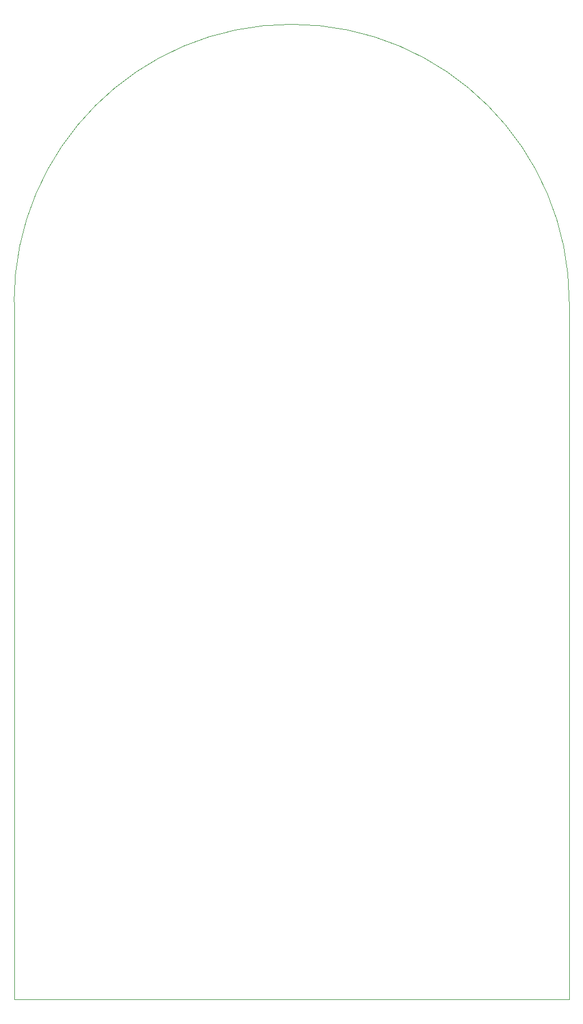
<source format=gbr>
G04 #@! TF.GenerationSoftware,KiCad,Pcbnew,(5.99.0-879-ga0698723b)*
G04 #@! TF.CreationDate,2020-02-28T07:42:53-06:00*
G04 #@! TF.ProjectId,Primary,5072696d-6172-4792-9e6b-696361645f70,rev?*
G04 #@! TF.SameCoordinates,Original*
G04 #@! TF.FileFunction,Profile,NP*
%FSLAX46Y46*%
G04 Gerber Fmt 4.6, Leading zero omitted, Abs format (unit mm)*
G04 Created by KiCad (PCBNEW (5.99.0-879-ga0698723b)) date 2020-02-28 07:42:53*
%MOMM*%
%LPD*%
G01*
G04 APERTURE LIST*
%ADD10C,0.050000*%
G04 APERTURE END LIST*
D10*
X214600000Y-159300000D02*
X214600000Y-56300000D01*
X132600000Y-159300000D02*
X214600000Y-159300000D01*
X132600000Y-56300000D02*
X132600000Y-159300000D01*
X132600000Y-56300000D02*
G75*
G02*
X214600000Y-56300000I41000000J0D01*
G01*
M02*

</source>
